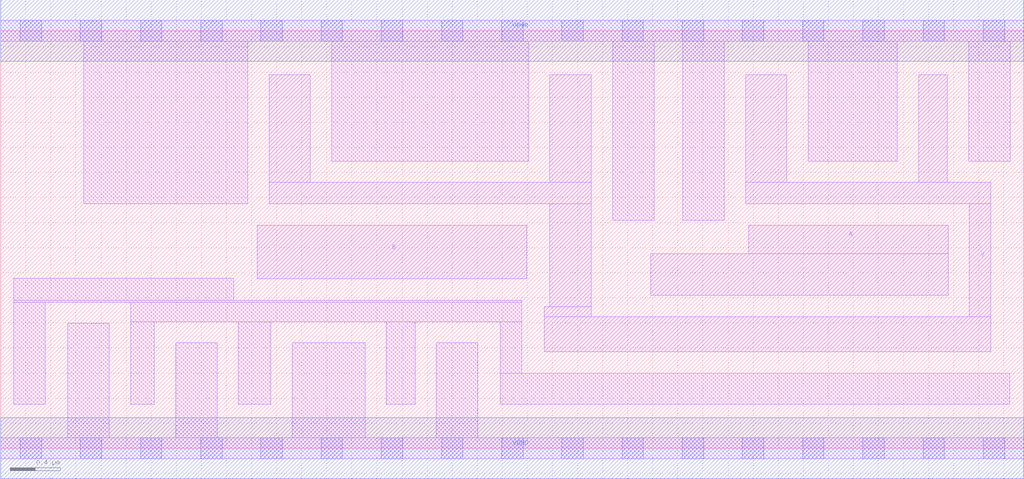
<source format=lef>
# Copyright 2020 The SkyWater PDK Authors
#
# Licensed under the Apache License, Version 2.0 (the "License");
# you may not use this file except in compliance with the License.
# You may obtain a copy of the License at
#
#     https://www.apache.org/licenses/LICENSE-2.0
#
# Unless required by applicable law or agreed to in writing, software
# distributed under the License is distributed on an "AS IS" BASIS,
# WITHOUT WARRANTIES OR CONDITIONS OF ANY KIND, either express or implied.
# See the License for the specific language governing permissions and
# limitations under the License.
#
# SPDX-License-Identifier: Apache-2.0

VERSION 5.7 ;
  NAMESCASESENSITIVE ON ;
  NOWIREEXTENSIONATPIN ON ;
  DIVIDERCHAR "/" ;
  BUSBITCHARS "[]" ;
UNITS
  DATABASE MICRONS 200 ;
END UNITS
MACRO sky130_fd_sc_ms__nand2_8
  CLASS CORE ;
  SOURCE USER ;
  FOREIGN sky130_fd_sc_ms__nand2_8 ;
  ORIGIN  0.000000  0.000000 ;
  SIZE  8.160000 BY  3.330000 ;
  SYMMETRY X Y ;
  SITE unit ;
  PIN A
    ANTENNAGATEAREA  1.694400 ;
    DIRECTION INPUT ;
    USE SIGNAL ;
    PORT
      LAYER li1 ;
        RECT 5.185000 1.220000 7.555000 1.550000 ;
        RECT 5.965000 1.550000 7.555000 1.780000 ;
    END
  END A
  PIN B
    ANTENNAGATEAREA  1.694400 ;
    DIRECTION INPUT ;
    USE SIGNAL ;
    PORT
      LAYER li1 ;
        RECT 2.045000 1.350000 4.195000 1.780000 ;
    END
  END B
  PIN Y
    ANTENNADIFFAREA  2.150400 ;
    DIRECTION OUTPUT ;
    USE SIGNAL ;
    PORT
      LAYER li1 ;
        RECT 2.140000 1.950000 4.710000 2.120000 ;
        RECT 2.140000 2.120000 2.470000 2.980000 ;
        RECT 4.335000 0.770000 7.895000 1.050000 ;
        RECT 4.335000 1.050000 4.710000 1.130000 ;
        RECT 4.380000 1.130000 4.710000 1.950000 ;
        RECT 4.380000 2.120000 4.710000 2.980000 ;
        RECT 5.940000 1.950000 7.895000 2.120000 ;
        RECT 5.940000 2.120000 6.270000 2.980000 ;
        RECT 7.320000 2.120000 7.550000 2.980000 ;
        RECT 7.725000 1.050000 7.895000 1.950000 ;
    END
  END Y
  PIN VGND
    DIRECTION INOUT ;
    USE GROUND ;
    PORT
      LAYER met1 ;
        RECT 0.000000 -0.245000 8.160000 0.245000 ;
    END
  END VGND
  PIN VPWR
    DIRECTION INOUT ;
    USE POWER ;
    PORT
      LAYER met1 ;
        RECT 0.000000 3.085000 8.160000 3.575000 ;
    END
  END VPWR
  OBS
    LAYER li1 ;
      RECT 0.000000 -0.085000 8.160000 0.085000 ;
      RECT 0.000000  3.245000 8.160000 3.415000 ;
      RECT 0.105000  0.350000 0.355000 1.165000 ;
      RECT 0.105000  1.165000 4.155000 1.180000 ;
      RECT 0.105000  1.180000 1.860000 1.355000 ;
      RECT 0.535000  0.085000 0.865000 0.995000 ;
      RECT 0.660000  1.950000 1.970000 3.245000 ;
      RECT 1.035000  0.350000 1.225000 1.010000 ;
      RECT 1.035000  1.010000 4.155000 1.165000 ;
      RECT 1.395000  0.085000 1.725000 0.840000 ;
      RECT 1.895000  0.350000 2.155000 1.010000 ;
      RECT 2.325000  0.085000 2.905000 0.840000 ;
      RECT 2.640000  2.290000 4.210000 3.245000 ;
      RECT 3.075000  0.350000 3.305000 1.010000 ;
      RECT 3.475000  0.085000 3.805000 0.840000 ;
      RECT 3.985000  0.350000 8.045000 0.600000 ;
      RECT 3.985000  0.600000 4.155000 1.010000 ;
      RECT 4.880000  1.820000 5.210000 3.245000 ;
      RECT 5.440000  1.820000 5.770000 3.245000 ;
      RECT 6.440000  2.290000 7.150000 3.245000 ;
      RECT 7.720000  2.290000 8.050000 3.245000 ;
    LAYER mcon ;
      RECT 0.155000 -0.085000 0.325000 0.085000 ;
      RECT 0.155000  3.245000 0.325000 3.415000 ;
      RECT 0.635000 -0.085000 0.805000 0.085000 ;
      RECT 0.635000  3.245000 0.805000 3.415000 ;
      RECT 1.115000 -0.085000 1.285000 0.085000 ;
      RECT 1.115000  3.245000 1.285000 3.415000 ;
      RECT 1.595000 -0.085000 1.765000 0.085000 ;
      RECT 1.595000  3.245000 1.765000 3.415000 ;
      RECT 2.075000 -0.085000 2.245000 0.085000 ;
      RECT 2.075000  3.245000 2.245000 3.415000 ;
      RECT 2.555000 -0.085000 2.725000 0.085000 ;
      RECT 2.555000  3.245000 2.725000 3.415000 ;
      RECT 3.035000 -0.085000 3.205000 0.085000 ;
      RECT 3.035000  3.245000 3.205000 3.415000 ;
      RECT 3.515000 -0.085000 3.685000 0.085000 ;
      RECT 3.515000  3.245000 3.685000 3.415000 ;
      RECT 3.995000 -0.085000 4.165000 0.085000 ;
      RECT 3.995000  3.245000 4.165000 3.415000 ;
      RECT 4.475000 -0.085000 4.645000 0.085000 ;
      RECT 4.475000  3.245000 4.645000 3.415000 ;
      RECT 4.955000 -0.085000 5.125000 0.085000 ;
      RECT 4.955000  3.245000 5.125000 3.415000 ;
      RECT 5.435000 -0.085000 5.605000 0.085000 ;
      RECT 5.435000  3.245000 5.605000 3.415000 ;
      RECT 5.915000 -0.085000 6.085000 0.085000 ;
      RECT 5.915000  3.245000 6.085000 3.415000 ;
      RECT 6.395000 -0.085000 6.565000 0.085000 ;
      RECT 6.395000  3.245000 6.565000 3.415000 ;
      RECT 6.875000 -0.085000 7.045000 0.085000 ;
      RECT 6.875000  3.245000 7.045000 3.415000 ;
      RECT 7.355000 -0.085000 7.525000 0.085000 ;
      RECT 7.355000  3.245000 7.525000 3.415000 ;
      RECT 7.835000 -0.085000 8.005000 0.085000 ;
      RECT 7.835000  3.245000 8.005000 3.415000 ;
  END
END sky130_fd_sc_ms__nand2_8
END LIBRARY

</source>
